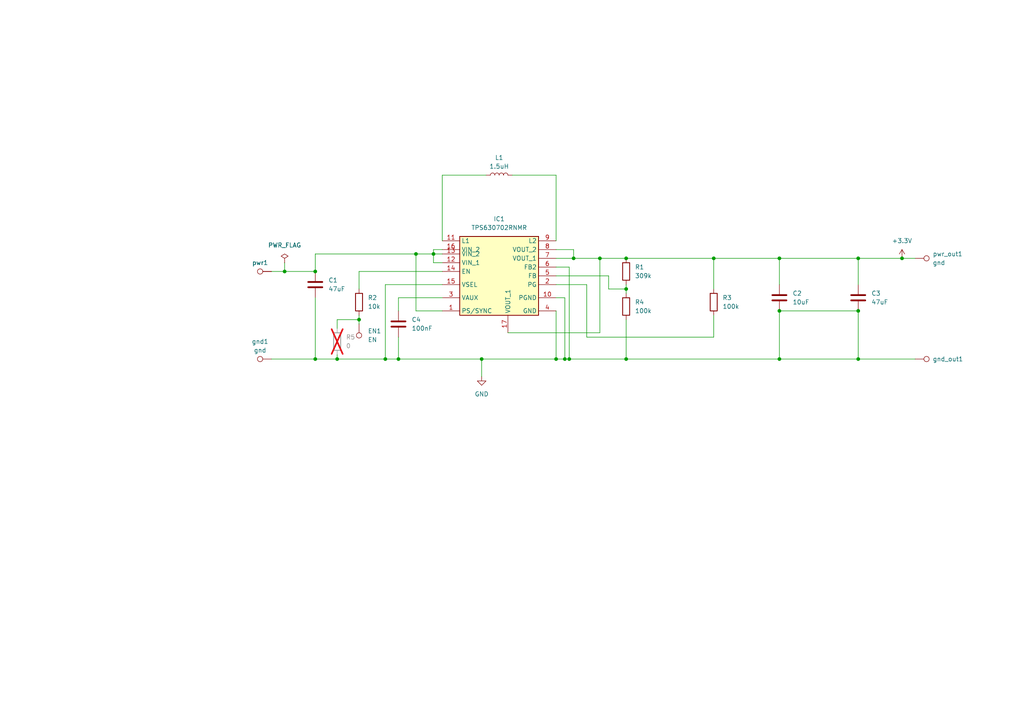
<source format=kicad_sch>
(kicad_sch (version 20250114) (generator "eeschema") (generator_version "9.0")
  (paper "A4")
  (lib_symbols
    (symbol "Connector:TestPoint" (pin_numbers (hide yes)) (pin_names (offset 0.762) (hide yes))
      (property "Reference" "TP" (at 0 6.858 0))
      (property "Value" "TestPoint" (at 0 5.08 0))
      (symbol "TestPoint_0_1"
        (circle (center 0 3.302) (radius 0.762))
      )
      (symbol "TestPoint_1_1"
        (pin passive line (at 0 0 90) (length 2.54) (name "1") (number "1"))
      )
    )
    (symbol "Device:C" (pin_numbers (hide yes)) (pin_names (offset 0.254))
      (property "Reference" "C" (at 0.635 2.54 0))
      (property "Value" "C" (at 0.635 -2.54 0))
      (symbol "C_0_1"
        (polyline (pts (xy -2.032 0.762) (xy 2.032 0.762)) (stroke (width 0.508)))
        (polyline (pts (xy -2.032 -0.762) (xy 2.032 -0.762)) (stroke (width 0.508)))
      )
      (symbol "C_1_1"
        (pin passive line (at 0 3.81 270) (length 2.794) (name "~") (number "1"))
        (pin passive line (at 0 -3.81 90) (length 2.794) (name "~") (number "2"))
      )
    )
    (symbol "Device:L" (pin_numbers (hide yes)) (pin_names (offset 1.016) (hide yes))
      (property "Reference" "L" (at -1.27 0 90))
      (property "Value" "L" (at 1.905 0 90))
      (symbol "L_0_1"
        (arc (start 0 2.54) (mid 0.6323 1.905) (end 0 1.27))
        (arc (start 0 1.27) (mid 0.6323 0.635) (end 0 0))
        (arc (start 0 0) (mid 0.6323 -0.635) (end 0 -1.27))
        (arc (start 0 -1.27) (mid 0.6323 -1.905) (end 0 -2.54))
      )
      (symbol "L_1_1"
        (pin passive line (at 0 3.81 270) (length 1.27) (name "1") (number "1"))
        (pin passive line (at 0 -3.81 90) (length 1.27) (name "2") (number "2"))
      )
    )
    (symbol "Device:R" (pin_numbers (hide yes)) (pin_names (offset 0))
      (property "Reference" "R" (at 2.032 0 90))
      (property "Value" "R" (at 0 0 90))
      (symbol "R_0_1"
        (rectangle (start -1.016 -2.54) (end 1.016 2.54) (stroke (width 0.254)))
      )
      (symbol "R_1_1"
        (pin passive line (at 0 3.81 270) (length 1.27) (name "~") (number "1"))
        (pin passive line (at 0 -3.81 90) (length 1.27) (name "~") (number "2"))
      )
    )
    (symbol "buck:TPS630702RNMR"
      (property "Reference" "IC1" (at 16.51 7.62 0))
      (property "Value" "TPS630702RNMR" (at 16.51 5.08 0))
      (symbol "TPS630702RNMR_1_1"
        (rectangle (start 5.08 2.54) (end 27.94 -20.32) (stroke (width 0.254)) (fill (type background)))
        (pin passive line (at 0 1.27 0) (length 5.08) (name "L1") (number "11"))
        (pin passive line (at 0 -1.27 0) (length 5.08) (name "VIN_2") (number "16"))
        (pin passive line (at 0 -2.54 0) (length 5.08) (name "VIN_2") (number "13"))
        (pin passive line (at 0 -5.08 0) (length 5.08) (name "VIN_1") (number "12"))
        (pin passive line (at 0 -7.62 0) (length 5.08) (name "EN") (number "14"))
        (pin passive line (at 0 -11.43 0) (length 5.08) (name "VSEL") (number "15"))
        (pin passive line (at 0 -15.24 0) (length 5.08) (name "VAUX") (number "3"))
        (pin passive line (at 0 -19.05 0) (length 5.08) (name "PS/SYNC") (number "1"))
        (pin passive line (at 19.05 -25.4 90) (length 5.08) (name "VOUT_1") (number "17"))
        (pin passive line (at 33.02 1.27 180) (length 5.08) (name "L2") (number "9"))
        (pin passive line (at 33.02 -1.27 180) (length 5.08) (name "VOUT_2") (number "8"))
        (pin passive line (at 33.02 -3.81 180) (length 5.08) (name "VOUT_1") (number "7"))
        (pin passive line (at 33.02 -6.35 180) (length 5.08) (name "FB2") (number "6"))
        (pin passive line (at 33.02 -8.89 180) (length 5.08) (name "FB") (number "5"))
        (pin passive line (at 33.02 -11.43 180) (length 5.08) (name "PG") (number "2"))
        (pin passive line (at 33.02 -15.24 180) (length 5.08) (name "PGND") (number "10"))
        (pin passive line (at 33.02 -19.05 180) (length 5.08) (name "GND") (number "4"))
      )
    )
    (symbol "power:+3.3V" (power) (pin_numbers (hide yes)) (pin_names (offset 0) (hide yes))
      (property "Value" "+3.3V" (at 0 3.556 0))
      (symbol "+3.3V_0_1"
        (polyline (pts (xy -0.762 1.27) (xy 0 2.54)))
        (polyline (pts (xy 0 2.54) (xy 0.762 1.27)))
        (polyline (pts (xy 0 0) (xy 0 2.54)))
      )
      (symbol "+3.3V_1_1"
        (pin power_in line (at 0 0 90) (length 0) (name "~") (number "1"))
      )
    )
    (symbol "power:GND" (power) (pin_numbers (hide yes)) (pin_names (offset 0) (hide yes))
      (property "Value" "GND" (at 0 -3.81 0))
      (symbol "GND_0_1"
        (polyline (pts (xy 0 0) (xy 0 -1.27) (xy 1.27 -1.27) (xy 0 -2.54) (xy -1.27 -1.27) (xy 0 -1.27)))
      )
      (symbol "GND_1_1"
        (pin power_in line (at 0 0 270) (length 0) (name "~") (number "1"))
      )
    )
    (symbol "power:PWR_FLAG" (power) (pin_numbers (hide yes)) (pin_names (offset 0) (hide yes))
      (property "Value" "PWR_FLAG" (at 0 3.81 0))
      (symbol "PWR_FLAG_0_0"
        (pin power_out line (at 0 0 90) (length 0) (name "~") (number "1"))
      )
      (symbol "PWR_FLAG_0_1"
        (polyline (pts (xy 0 0) (xy 0 1.27) (xy -1.016 1.905) (xy 0 2.54) (xy 1.016 1.905) (xy 0 1.27)))
      )
    )
  )
  (junction (at 248.92 90.17))
  (junction (at 226.06 90.17))
  (junction (at 165.1 104.14))
  (junction (at 261.62 74.93))
  (junction (at 91.44 104.14))
  (junction (at 115.57 104.14))
  (junction (at 82.55 78.74))
  (junction (at 248.92 104.14))
  (junction (at 181.61 83.82))
  (junction (at 139.7 104.14))
  (junction (at 181.61 74.93))
  (junction (at 226.06 104.14))
  (junction (at 248.92 74.93))
  (junction (at 166.37 74.93))
  (junction (at 181.61 104.14))
  (junction (at 104.14 92.71))
  (junction (at 125.73 73.66))
  (junction (at 120.65 73.66))
  (junction (at 226.06 74.93))
  (junction (at 111.76 104.14))
  (junction (at 173.99 74.93))
  (junction (at 161.29 104.14))
  (junction (at 207.01 74.93))
  (junction (at 91.44 78.74))
  (junction (at 163.83 104.14))
  (junction (at 97.79 104.14))
  (wire (pts (xy 120.65 90.17) (xy 120.65 73.66)))
  (wire (pts (xy 248.92 74.93) (xy 248.92 82.55)))
  (wire (pts (xy 173.99 96.52) (xy 173.99 74.93)))
  (wire (pts (xy 226.06 104.14) (xy 181.61 104.14)))
  (wire (pts (xy 248.92 104.14) (xy 226.06 104.14)))
  (wire (pts (xy 161.29 86.36) (xy 163.83 86.36)))
  (wire (pts (xy 161.29 82.55) (xy 170.18 82.55)))
  (wire (pts (xy 161.29 74.93) (xy 166.37 74.93)))
  (wire (pts (xy 139.7 104.14) (xy 161.29 104.14)))
  (wire (pts (xy 140.97 50.8) (xy 128.27 50.8)))
  (wire (pts (xy 125.73 76.2) (xy 128.27 76.2)))
  (wire (pts (xy 176.53 80.01) (xy 176.53 83.82)))
  (wire (pts (xy 161.29 50.8) (xy 148.59 50.8)))
  (wire (pts (xy 165.1 104.14) (xy 181.61 104.14)))
  (wire (pts (xy 111.76 82.55) (xy 111.76 104.14)))
  (wire (pts (xy 226.06 90.17) (xy 226.06 104.14)))
  (wire (pts (xy 104.14 78.74) (xy 104.14 83.82)))
  (wire (pts (xy 163.83 104.14) (xy 165.1 104.14)))
  (wire (pts (xy 248.92 74.93) (xy 261.62 74.93)))
  (wire (pts (xy 91.44 78.74) (xy 91.44 73.66)))
  (wire (pts (xy 115.57 97.79) (xy 115.57 104.14)))
  (wire (pts (xy 207.01 91.44) (xy 207.01 97.79)))
  (wire (pts (xy 226.06 90.17) (xy 248.92 90.17)))
  (wire (pts (xy 125.73 73.66) (xy 128.27 73.66)))
  (wire (pts (xy 163.83 86.36) (xy 163.83 104.14)))
  (wire (pts (xy 207.01 74.93) (xy 207.01 83.82)))
  (wire (pts (xy 139.7 104.14) (xy 139.7 109.22)))
  (wire (pts (xy 226.06 74.93) (xy 248.92 74.93)))
  (wire (pts (xy 161.29 104.14) (xy 163.83 104.14)))
  (wire (pts (xy 161.29 77.47) (xy 165.1 77.47)))
  (wire (pts (xy 120.65 73.66) (xy 125.73 73.66)))
  (wire (pts (xy 128.27 90.17) (xy 120.65 90.17)))
  (wire (pts (xy 147.32 96.52) (xy 173.99 96.52)))
  (wire (pts (xy 166.37 72.39) (xy 166.37 74.93)))
  (wire (pts (xy 125.73 72.39) (xy 125.73 73.66)))
  (wire (pts (xy 115.57 86.36) (xy 115.57 90.17)))
  (wire (pts (xy 170.18 82.55) (xy 170.18 97.79)))
  (wire (pts (xy 181.61 74.93) (xy 207.01 74.93)))
  (wire (pts (xy 173.99 74.93) (xy 181.61 74.93)))
  (wire (pts (xy 128.27 50.8) (xy 128.27 69.85)))
  (wire (pts (xy 261.62 74.93) (xy 265.43 74.93)))
  (wire (pts (xy 226.06 74.93) (xy 226.06 82.55)))
  (wire (pts (xy 91.44 86.36) (xy 91.44 104.14)))
  (wire (pts (xy 97.79 104.14) (xy 111.76 104.14)))
  (wire (pts (xy 165.1 77.47) (xy 165.1 104.14)))
  (wire (pts (xy 78.74 78.74) (xy 82.55 78.74)))
  (wire (pts (xy 176.53 83.82) (xy 181.61 83.82)))
  (wire (pts (xy 170.18 97.79) (xy 207.01 97.79)))
  (wire (pts (xy 161.29 80.01) (xy 176.53 80.01)))
  (wire (pts (xy 111.76 104.14) (xy 115.57 104.14)))
  (wire (pts (xy 104.14 78.74) (xy 128.27 78.74)))
  (wire (pts (xy 248.92 104.14) (xy 265.43 104.14)))
  (wire (pts (xy 181.61 92.71) (xy 181.61 104.14)))
  (wire (pts (xy 207.01 74.93) (xy 226.06 74.93)))
  (wire (pts (xy 161.29 90.17) (xy 161.29 104.14)))
  (wire (pts (xy 97.79 102.87) (xy 97.79 104.14)))
  (wire (pts (xy 91.44 104.14) (xy 97.79 104.14)))
  (wire (pts (xy 128.27 82.55) (xy 111.76 82.55)))
  (wire (pts (xy 97.79 92.71) (xy 97.79 95.25)))
  (wire (pts (xy 128.27 72.39) (xy 125.73 72.39)))
  (wire (pts (xy 125.73 73.66) (xy 125.73 76.2)))
  (wire (pts (xy 82.55 76.2) (xy 82.55 78.74)))
  (wire (pts (xy 166.37 74.93) (xy 173.99 74.93)))
  (wire (pts (xy 82.55 78.74) (xy 91.44 78.74)))
  (wire (pts (xy 104.14 92.71) (xy 104.14 91.44)))
  (wire (pts (xy 104.14 93.98) (xy 104.14 92.71)))
  (wire (pts (xy 181.61 85.09) (xy 181.61 83.82)))
  (wire (pts (xy 91.44 73.66) (xy 120.65 73.66)))
  (wire (pts (xy 128.27 86.36) (xy 115.57 86.36)))
  (wire (pts (xy 248.92 90.17) (xy 248.92 104.14)))
  (wire (pts (xy 161.29 69.85) (xy 161.29 50.8)))
  (wire (pts (xy 78.74 104.14) (xy 91.44 104.14)))
  (wire (pts (xy 181.61 82.55) (xy 181.61 83.82)))
  (wire (pts (xy 115.57 104.14) (xy 139.7 104.14)))
  (wire (pts (xy 97.79 92.71) (xy 104.14 92.71)))
  (wire (pts (xy 161.29 72.39) (xy 166.37 72.39)))
  (symbol (lib_id "power:PWR_FLAG") (at 82.55 76.2 0) (unit 1)
    (property "Reference" "#FLG01" (effects (hide yes)))
    (property "Value" "PWR_FLAG" (at 82.55 71.12 0))
    (property "Description" "Special symbol for telling ERC where power comes from" (effects (hide yes)))
  )
  (symbol (lib_id "Device:L") (at 144.78 50.8 90) (unit 1)
    (property "Reference" "L1" (at 144.78 45.72 90))
    (property "Value" "1.5uH" (at 144.78 48.26 90))
    (property "Footprint" "Inductor_SMD:L_0603_1608Metric_Pad1.05x0.95mm_HandSolder" (effects (hide yes)))
    (property "Datasheet" "https://www.digikey.com/en/products/detail/murata-electronics/LQM18PN1R5MFRL/8540126?gclsrc=aw.ds&gad_source=1&gad_campaignid=20509818233&gbraid=0AAAAADrbLlg1yHQI_Hnwb4pwyuEhJCn2N&gclid=Cj0KCQjw5onGBhDeARIsAFK6QJa52_iMJrBvV43df8ln_nS9GsXMoaKcFnSx9Dcp-3VQpW8ybBFI-qYaAjxfEALw_wcB" (effects (hide yes)))
    (property "Description" "Inductor" (effects (hide yes)))
  )
  (symbol (lib_id "Connector:TestPoint") (at 265.43 104.14 270) (unit 1)
    (property "Reference" "gnd_out1" (at 270.51 104.1399 90) (effects (justify left)))
    (property "Value" "pwr" (effects (hide yes)))
    (property "Footprint" "TestPoint:TestPoint_Loop_D3.80mm_Drill2.5mm" (effects (hide yes)))
    (property "Description" "test point" (effects (hide yes)))
  )
  (symbol (lib_id "power:+3.3V") (at 261.62 74.93 0) (unit 1)
    (property "Reference" "#PWR01" (effects (hide yes)))
    (property "Value" "+3.3V" (at 261.62 69.85 0))
    (property "Description" "Power symbol creates a global label with name \"+3.3V\"" (effects (hide yes)))
  )
  (symbol (lib_id "Device:C") (at 226.06 86.36 0) (unit 1)
    (property "Reference" "C2" (at 229.87 85.0899 0) (effects (justify left)))
    (property "Value" "10uF" (at 229.87 87.6299 0) (effects (justify left)))
    (property "Footprint" "Capacitor_SMD:C_0402_1005Metric_Pad0.74x0.62mm_HandSolder" (effects (hide yes)))
    (property "Datasheet" "https://www.mouser.com/ProductDetail/KYOCERA-AVX/CM05X5R106M10AH?qs=MyNHzdoqoQKSCgSEDR5Ylg%3D%3D" (effects (hide yes)))
    (property "Description" "Unpolarized capacitor" (effects (hide yes)))
  )
  (symbol (lib_id "Connector:TestPoint") (at 104.14 93.98 180) (unit 1)
    (property "Reference" "EN1" (at 106.68 96.0119 0) (effects (justify right)))
    (property "Value" "EN" (at 106.68 98.5519 0) (effects (justify right)))
    (property "Footprint" "TestPoint:TestPoint_Loop_D3.80mm_Drill2.5mm" (effects (hide yes)))
    (property "Description" "test point" (effects (hide yes)))
  )
  (symbol (lib_id "Device:C") (at 115.57 93.98 0) (unit 1)
    (property "Reference" "C4" (at 119.38 92.7099 0) (effects (justify left)))
    (property "Value" "100nF" (at 119.38 95.2499 0) (effects (justify left)))
    (property "Footprint" "Capacitor_SMD:C_0402_1005Metric_Pad0.74x0.62mm_HandSolder" (effects (hide yes)))
    (property "Datasheet" "https://www.mouser.com/ProductDetail/Murata-Electronics/GRM155R71C104JA88J?qs=hNud%2FORuBR1FShEh%252B0yzMw%3D%3D" (effects (hide yes)))
    (property "Description" "Unpolarized capacitor" (effects (hide yes)))
  )
  (symbol (lib_id "power:GND") (at 139.7 109.22 0) (unit 1)
    (property "Reference" "#PWR02" (effects (hide yes)))
    (property "Value" "GND" (at 139.7 114.3 0))
    (property "Description" "Power symbol creates a global label with name \"GND\" , ground" (effects (hide yes)))
  )
  (symbol (lib_id "Connector:TestPoint") (at 78.74 78.74 90) (unit 1)
    (property "Reference" "pwr1" (at 75.438 76.2 90))
    (property "Value" "pwr" (effects (hide yes)))
    (property "Footprint" "TestPoint:TestPoint_Loop_D3.80mm_Drill2.5mm" (effects (hide yes)))
    (property "Description" "test point" (effects (hide yes)))
  )
  (symbol (lib_id "Connector:TestPoint") (at 265.43 74.93 270) (unit 1)
    (property "Reference" "pwr_out1" (at 270.51 73.6599 90) (effects (justify left)))
    (property "Value" "gnd" (at 270.51 76.1999 90) (effects (justify left)))
    (property "Footprint" "TestPoint:TestPoint_Loop_D3.80mm_Drill2.5mm" (effects (hide yes)))
    (property "Description" "test point" (effects (hide yes)))
  )
  (symbol (lib_id "Device:R") (at 181.61 88.9 180) (unit 1)
    (property "Reference" "R4" (at 184.15 87.6299 0) (effects (justify right)))
    (property "Value" "100k" (at 184.15 90.1699 0) (effects (justify right)))
    (property "Footprint" "Resistor_SMD:R_0402_1005Metric_Pad0.72x0.64mm_HandSolder" (effects (hide yes)))
    (property "Datasheet" "https://www.mouser.com/ProductDetail/Walsin/MR04X1003FTL?qs=GedFDFLaBXHL0NzjarksFQ%3D%3D" (effects (hide yes)))
    (property "Description" "Resistor" (effects (hide yes)))
  )
  (symbol (lib_id "Device:C") (at 91.44 82.55 0) (unit 1)
    (property "Reference" "C1" (at 95.25 81.2799 0) (effects (justify left)))
    (property "Value" "47uF" (at 95.25 83.8199 0) (effects (justify left)))
    (property "Footprint" "Capacitor_SMD:C_0805_2012Metric_Pad1.18x1.45mm_HandSolder" (effects (hide yes)))
    (property "Datasheet" "https://www.mouser.com/ProductDetail/KYOCERA-AVX/KGM21AR51A476MU?qs=Jm2GQyTW%2Fbh2M%2FAPQlqugw%3D%3D" (effects (hide yes)))
    (property "Description" "Unpolarized capacitor" (effects (hide yes)))
  )
  (symbol (lib_id "Device:R") (at 104.14 87.63 180) (unit 1)
    (property "Reference" "R2" (at 106.68 86.3599 0) (effects (justify right)))
    (property "Value" "10k" (at 106.68 88.8999 0) (effects (justify right)))
    (property "Footprint" "Resistor_SMD:R_0402_1005Metric_Pad0.72x0.64mm_HandSolder" (effects (hide yes)))
    (property "Description" "Resistor" (effects (hide yes)))
  )
  (symbol (lib_id "Device:R") (at 181.61 78.74 180) (unit 1)
    (property "Reference" "R1" (at 184.15 77.4699 0) (effects (justify right)))
    (property "Value" "309k" (at 184.15 80.0099 0) (effects (justify right)))
    (property "Footprint" "Resistor_SMD:R_0402_1005Metric_Pad0.72x0.64mm_HandSolder" (effects (hide yes)))
    (property "Datasheet" "https://www.mouser.com/ProductDetail/Vishay/CRCW0402309KDHEDP?qs=v%2FGZjxuOhOZzvVxLh1dz%2Fg%3D%3D" (effects (hide yes)))
    (property "Description" "Resistor" (effects (hide yes)))
  )
  (symbol (lib_id "Device:C") (at 248.92 86.36 0) (unit 1)
    (property "Reference" "C3" (at 252.73 85.0899 0) (effects (justify left)))
    (property "Value" "47uF" (at 252.73 87.6299 0) (effects (justify left)))
    (property "Footprint" "Capacitor_SMD:C_0805_2012Metric_Pad1.18x1.45mm_HandSolder" (effects (hide yes)))
    (property "Datasheet" "https://www.mouser.com/ProductDetail/KYOCERA-AVX/KGM21AR51A476MU?qs=Jm2GQyTW%2Fbh2M%2FAPQlqugw%3D%3D" (effects (hide yes)))
    (property "Description" "Unpolarized capacitor" (effects (hide yes)))
  )
  (symbol (lib_id "buck:TPS630702RNMR") (at 128.27 71.12 0) (unit 1)
    (property "Reference" "IC1" (at 144.78 63.5 0))
    (property "Value" "TPS630702RNMR" (at 144.78 66.04 0))
    (property "Footprint" "TPS630701RNMR" (effects (hide yes)))
    (property "Datasheet" "http://www.ti.com/lit/ds/symlink/tps63070.pdf" (effects (hide yes)))
    (property "Description" "Switching Voltage Regulators" (effects (hide yes)))
    (property "Mouser Part Number" "595-TPS630702RNMR" (effects (hide yes)))
    (property "Mouser Price/Stock" "https://www.mouser.co.uk/ProductDetail/Texas-Instruments/TPS630702RNMR?qs=vLWxofP3U2wHUyCq3Fj%2FmQ%3D%3D" (effects (hide yes)))
    (property "Manufacturer_Name" "Texas Instruments" (effects (hide yes)))
    (property "Manufacturer_Part_Number" "TPS630702RNMR" (effects (hide yes)))
  )
  (symbol (lib_id "Connector:TestPoint") (at 78.74 104.14 90) (unit 1)
    (property "Reference" "gnd1" (at 75.438 99.06 90))
    (property "Value" "gnd" (at 75.438 101.6 90))
    (property "Footprint" "TestPoint:TestPoint_Loop_D3.80mm_Drill2.5mm" (effects (hide yes)))
    (property "Description" "test point" (effects (hide yes)))
  )
  (symbol (lib_id "Device:R") (at 207.01 87.63 180) (unit 1)
    (property "Reference" "R3" (at 209.55 86.3599 0) (effects (justify right)))
    (property "Value" "100k" (at 209.55 88.8999 0) (effects (justify right)))
    (property "Footprint" "Resistor_SMD:R_0402_1005Metric_Pad0.72x0.64mm_HandSolder" (effects (hide yes)))
    (property "Datasheet" "https://www.mouser.com/ProductDetail/Walsin/MR04X1003FTL?qs=GedFDFLaBXHL0NzjarksFQ%3D%3D" (effects (hide yes)))
    (property "Description" "Resistor" (effects (hide yes)))
  )
  (symbol (lib_id "Device:R") (at 97.79 99.06 0) (unit 1) (dnp yes)
    (property "Reference" "R5" (at 100.33 97.7899 0) (effects (justify left)))
    (property "Value" "0" (at 100.33 100.3299 0) (effects (justify left)))
    (property "Footprint" "Resistor_SMD:R_0402_1005Metric_Pad0.72x0.64mm_HandSolder" (effects (hide yes)))
    (property "Description" "Resistor" (effects (hide yes)))
  )
)
</source>
